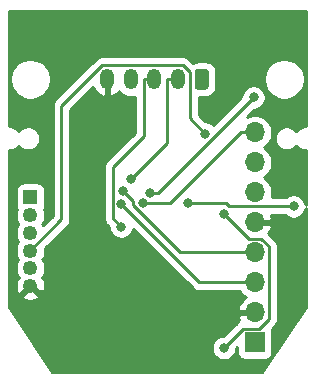
<source format=gbl>
G04 #@! TF.GenerationSoftware,KiCad,Pcbnew,(5.1.9)-1*
G04 #@! TF.CreationDate,2021-08-03T23:26:31+09:00*
G04 #@! TF.ProjectId,IMU_BNO055_20210802,494d555f-424e-44f3-9035-355f32303231,rev?*
G04 #@! TF.SameCoordinates,PX6dac2c0PY6dac2c0*
G04 #@! TF.FileFunction,Copper,L2,Bot*
G04 #@! TF.FilePolarity,Positive*
%FSLAX46Y46*%
G04 Gerber Fmt 4.6, Leading zero omitted, Abs format (unit mm)*
G04 Created by KiCad (PCBNEW (5.1.9)-1) date 2021-08-03 23:26:31*
%MOMM*%
%LPD*%
G01*
G04 APERTURE LIST*
G04 #@! TA.AperFunction,ComponentPad*
%ADD10C,1.250000*%
G04 #@! TD*
G04 #@! TA.AperFunction,ComponentPad*
%ADD11R,1.250000X1.250000*%
G04 #@! TD*
G04 #@! TA.AperFunction,ComponentPad*
%ADD12O,1.700000X1.700000*%
G04 #@! TD*
G04 #@! TA.AperFunction,ComponentPad*
%ADD13R,1.700000X1.700000*%
G04 #@! TD*
G04 #@! TA.AperFunction,ComponentPad*
%ADD14O,1.200000X1.750000*%
G04 #@! TD*
G04 #@! TA.AperFunction,ViaPad*
%ADD15C,0.800000*%
G04 #@! TD*
G04 #@! TA.AperFunction,Conductor*
%ADD16C,0.250000*%
G04 #@! TD*
G04 #@! TA.AperFunction,Conductor*
%ADD17C,0.254000*%
G04 #@! TD*
G04 #@! TA.AperFunction,Conductor*
%ADD18C,0.100000*%
G04 #@! TD*
G04 APERTURE END LIST*
D10*
X6500000Y13000000D03*
X6500000Y14500000D03*
X6500000Y16000000D03*
X6500000Y17500000D03*
X6500000Y19000000D03*
D11*
X6500000Y20500000D03*
D12*
X25500000Y26000000D03*
X25500000Y23460000D03*
X25500000Y20920000D03*
X25500000Y18380000D03*
X25500000Y15840000D03*
X25500000Y13300000D03*
X25500000Y10760000D03*
D13*
X25500000Y8220000D03*
D14*
X13000000Y30500000D03*
X15000000Y30500000D03*
X17000000Y30500000D03*
X19000000Y30500000D03*
G04 #@! TA.AperFunction,ComponentPad*
G36*
G01*
X21600000Y31125001D02*
X21600000Y29874999D01*
G75*
G02*
X21350001Y29625000I-249999J0D01*
G01*
X20649999Y29625000D01*
G75*
G02*
X20400000Y29874999I0J249999D01*
G01*
X20400000Y31125001D01*
G75*
G02*
X20649999Y31375000I249999J0D01*
G01*
X21350001Y31375000D01*
G75*
G02*
X21600000Y31125001I0J-249999D01*
G01*
G37*
G04 #@! TD.AperFunction*
D15*
X13581100Y12568100D03*
X22422750Y12077250D03*
X21270000Y25909300D03*
X14185900Y18032700D03*
X16009300Y20007800D03*
X22924100Y19080000D03*
X22872300Y7752400D03*
X16646600Y20874400D03*
X25394000Y28974900D03*
X15053600Y22055100D03*
X14328200Y21017400D03*
X14203700Y19909500D03*
X19839900Y20012700D03*
X28782700Y19744700D03*
D16*
X13581100Y12568100D02*
X6931900Y12568100D01*
X6931900Y12568100D02*
X6500000Y13000000D01*
X24324700Y10760000D02*
X24130600Y10565900D01*
X24130600Y10565900D02*
X15583300Y10565900D01*
X15583300Y10565900D02*
X13581100Y12568100D01*
X25500000Y10760000D02*
X24324700Y10760000D01*
X6500000Y16000000D02*
X9129500Y18629500D01*
X9129500Y18629500D02*
X9129500Y28236900D01*
X9129500Y28236900D02*
X12599400Y31706800D01*
X12599400Y31706800D02*
X19384200Y31706800D01*
X19384200Y31706800D02*
X19999500Y31091500D01*
X19999500Y31091500D02*
X19999500Y27179800D01*
X19999500Y27179800D02*
X21270000Y25909300D01*
X16074700Y30500000D02*
X16074700Y25658000D01*
X16074700Y25658000D02*
X13478400Y23061700D01*
X13478400Y23061700D02*
X13478400Y18740200D01*
X13478400Y18740200D02*
X14185900Y18032700D01*
X17000000Y30500000D02*
X16074700Y30500000D01*
X24324700Y26000000D02*
X18332500Y20007800D01*
X18332500Y20007800D02*
X16009300Y20007800D01*
X25500000Y26000000D02*
X24324700Y26000000D01*
X22872300Y7752400D02*
X24515300Y9395400D01*
X24515300Y9395400D02*
X25865400Y9395400D01*
X25865400Y9395400D02*
X26675400Y10205400D01*
X26675400Y10205400D02*
X26675400Y16355400D01*
X26675400Y16355400D02*
X26015400Y17015400D01*
X26015400Y17015400D02*
X24988700Y17015400D01*
X24988700Y17015400D02*
X22924100Y19080000D01*
X25394000Y28974900D02*
X17293500Y20874400D01*
X17293500Y20874400D02*
X16646600Y20874400D01*
X18074700Y30500000D02*
X18074700Y25076200D01*
X18074700Y25076200D02*
X15053600Y22055100D01*
X19000000Y30500000D02*
X18074700Y30500000D01*
X24324700Y15840000D02*
X19151400Y15840000D01*
X19151400Y15840000D02*
X15170300Y19821100D01*
X15170300Y19821100D02*
X15170300Y20175300D01*
X15170300Y20175300D02*
X14328200Y21017400D01*
X25500000Y15840000D02*
X24324700Y15840000D01*
X25500000Y13300000D02*
X20813200Y13300000D01*
X20813200Y13300000D02*
X14203700Y19909500D01*
X19839900Y20012700D02*
X23017300Y20012700D01*
X23017300Y20012700D02*
X23285300Y19744700D01*
X23285300Y19744700D02*
X28782700Y19744700D01*
D17*
X29815000Y26510000D02*
X29700524Y26510000D01*
X29505394Y26471186D01*
X29321586Y26395050D01*
X29156163Y26284518D01*
X29015482Y26143837D01*
X29000000Y26120667D01*
X28984518Y26143837D01*
X28843837Y26284518D01*
X28678414Y26395050D01*
X28494606Y26471186D01*
X28299476Y26510000D01*
X28100524Y26510000D01*
X27905394Y26471186D01*
X27721586Y26395050D01*
X27556163Y26284518D01*
X27415482Y26143837D01*
X27304950Y25978414D01*
X27228814Y25794606D01*
X27190000Y25599476D01*
X27190000Y25400524D01*
X27228814Y25205394D01*
X27304950Y25021586D01*
X27415482Y24856163D01*
X27556163Y24715482D01*
X27721586Y24604950D01*
X27905394Y24528814D01*
X28100524Y24490000D01*
X28299476Y24490000D01*
X28494606Y24528814D01*
X28678414Y24604950D01*
X28843837Y24715482D01*
X28984518Y24856163D01*
X29000000Y24879333D01*
X29015482Y24856163D01*
X29156163Y24715482D01*
X29321586Y24604950D01*
X29505394Y24528814D01*
X29700524Y24490000D01*
X29815000Y24490000D01*
X29815001Y19860210D01*
X29777926Y20046598D01*
X29699905Y20234956D01*
X29586637Y20404474D01*
X29442474Y20548637D01*
X29272956Y20661905D01*
X29084598Y20739926D01*
X28884639Y20779700D01*
X28680761Y20779700D01*
X28480802Y20739926D01*
X28292444Y20661905D01*
X28122926Y20548637D01*
X28078989Y20504700D01*
X26931484Y20504700D01*
X26985000Y20773740D01*
X26985000Y21066260D01*
X26927932Y21353158D01*
X26815990Y21623411D01*
X26653475Y21866632D01*
X26446632Y22073475D01*
X26272240Y22190000D01*
X26446632Y22306525D01*
X26653475Y22513368D01*
X26815990Y22756589D01*
X26927932Y23026842D01*
X26985000Y23313740D01*
X26985000Y23606260D01*
X26927932Y23893158D01*
X26815990Y24163411D01*
X26653475Y24406632D01*
X26446632Y24613475D01*
X26272240Y24730000D01*
X26446632Y24846525D01*
X26653475Y25053368D01*
X26815990Y25296589D01*
X26927932Y25566842D01*
X26985000Y25853740D01*
X26985000Y26146260D01*
X26927932Y26433158D01*
X26815990Y26703411D01*
X26653475Y26946632D01*
X26446632Y27153475D01*
X26203411Y27315990D01*
X25933158Y27427932D01*
X25646260Y27485000D01*
X25353740Y27485000D01*
X25066842Y27427932D01*
X24819298Y27325396D01*
X25433802Y27939900D01*
X25495939Y27939900D01*
X25695898Y27979674D01*
X25884256Y28057695D01*
X26053774Y28170963D01*
X26197937Y28315126D01*
X26311205Y28484644D01*
X26389226Y28673002D01*
X26429000Y28872961D01*
X26429000Y29076839D01*
X26389226Y29276798D01*
X26311205Y29465156D01*
X26197937Y29634674D01*
X26053774Y29778837D01*
X25884256Y29892105D01*
X25695898Y29970126D01*
X25495939Y30009900D01*
X25292061Y30009900D01*
X25092102Y29970126D01*
X24903744Y29892105D01*
X24734226Y29778837D01*
X24590063Y29634674D01*
X24476795Y29465156D01*
X24398774Y29276798D01*
X24359000Y29076839D01*
X24359000Y29014702D01*
X21993655Y26649356D01*
X21929774Y26713237D01*
X21760256Y26826505D01*
X21571898Y26904526D01*
X21371939Y26944300D01*
X21309802Y26944300D01*
X20759500Y27494601D01*
X20759500Y28986928D01*
X21350001Y28986928D01*
X21523255Y29003992D01*
X21689851Y29054528D01*
X21843387Y29136595D01*
X21977962Y29247038D01*
X22088405Y29381613D01*
X22170472Y29535149D01*
X22221008Y29701745D01*
X22238072Y29874999D01*
X22238072Y30670883D01*
X26265000Y30670883D01*
X26265000Y30329117D01*
X26331675Y29993919D01*
X26462463Y29678169D01*
X26652337Y29394002D01*
X26894002Y29152337D01*
X27178169Y28962463D01*
X27493919Y28831675D01*
X27829117Y28765000D01*
X28170883Y28765000D01*
X28506081Y28831675D01*
X28821831Y28962463D01*
X29105998Y29152337D01*
X29347663Y29394002D01*
X29537537Y29678169D01*
X29668325Y29993919D01*
X29735000Y30329117D01*
X29735000Y30670883D01*
X29668325Y31006081D01*
X29537537Y31321831D01*
X29347663Y31605998D01*
X29105998Y31847663D01*
X28821831Y32037537D01*
X28506081Y32168325D01*
X28170883Y32235000D01*
X27829117Y32235000D01*
X27493919Y32168325D01*
X27178169Y32037537D01*
X26894002Y31847663D01*
X26652337Y31605998D01*
X26462463Y31321831D01*
X26331675Y31006081D01*
X26265000Y30670883D01*
X22238072Y30670883D01*
X22238072Y31125001D01*
X22221008Y31298255D01*
X22170472Y31464851D01*
X22088405Y31618387D01*
X21977962Y31752962D01*
X21843387Y31863405D01*
X21689851Y31945472D01*
X21523255Y31996008D01*
X21350001Y32013072D01*
X20649999Y32013072D01*
X20476745Y31996008D01*
X20310149Y31945472D01*
X20251616Y31914185D01*
X19948003Y32217798D01*
X19924201Y32246801D01*
X19808476Y32341774D01*
X19676447Y32412346D01*
X19533186Y32455803D01*
X19421533Y32466800D01*
X19421522Y32466800D01*
X19384200Y32470476D01*
X19346878Y32466800D01*
X12636725Y32466800D01*
X12599400Y32470476D01*
X12562075Y32466800D01*
X12562067Y32466800D01*
X12450414Y32455803D01*
X12307153Y32412346D01*
X12175124Y32341774D01*
X12059399Y32246801D01*
X12035601Y32217803D01*
X8618498Y28800699D01*
X8589500Y28776901D01*
X8565702Y28747903D01*
X8565701Y28747902D01*
X8494526Y28661176D01*
X8423954Y28529146D01*
X8380498Y28385885D01*
X8365824Y28236900D01*
X8369501Y28199568D01*
X8369500Y18944302D01*
X7578720Y18153522D01*
X7514255Y18250000D01*
X7616598Y18403166D01*
X7711579Y18632471D01*
X7760000Y18875901D01*
X7760000Y19124099D01*
X7711579Y19367529D01*
X7650670Y19514576D01*
X7655537Y19520506D01*
X7714502Y19630820D01*
X7750812Y19750518D01*
X7763072Y19875000D01*
X7763072Y21125000D01*
X7750812Y21249482D01*
X7714502Y21369180D01*
X7655537Y21479494D01*
X7576185Y21576185D01*
X7479494Y21655537D01*
X7369180Y21714502D01*
X7249482Y21750812D01*
X7125000Y21763072D01*
X5875000Y21763072D01*
X5750518Y21750812D01*
X5630820Y21714502D01*
X5520506Y21655537D01*
X5423815Y21576185D01*
X5344463Y21479494D01*
X5285498Y21369180D01*
X5249188Y21249482D01*
X5236928Y21125000D01*
X5236928Y19875000D01*
X5249188Y19750518D01*
X5285498Y19630820D01*
X5344463Y19520506D01*
X5349330Y19514576D01*
X5288421Y19367529D01*
X5240000Y19124099D01*
X5240000Y18875901D01*
X5288421Y18632471D01*
X5383402Y18403166D01*
X5485745Y18250000D01*
X5383402Y18096834D01*
X5288421Y17867529D01*
X5240000Y17624099D01*
X5240000Y17375901D01*
X5288421Y17132471D01*
X5383402Y16903166D01*
X5485745Y16750000D01*
X5383402Y16596834D01*
X5288421Y16367529D01*
X5240000Y16124099D01*
X5240000Y15875901D01*
X5288421Y15632471D01*
X5383402Y15403166D01*
X5485745Y15250000D01*
X5383402Y15096834D01*
X5288421Y14867529D01*
X5240000Y14624099D01*
X5240000Y14375901D01*
X5288421Y14132471D01*
X5383402Y13903166D01*
X5521294Y13696797D01*
X5548678Y13669413D01*
X5406223Y13637694D01*
X5302832Y13412056D01*
X5245447Y13170582D01*
X5236274Y12922553D01*
X5275665Y12677501D01*
X5362107Y12444842D01*
X5406223Y12362306D01*
X5632352Y12311957D01*
X6320395Y13000000D01*
X6306253Y13014142D01*
X6485858Y13193747D01*
X6500000Y13179605D01*
X6514143Y13193747D01*
X6693748Y13014142D01*
X6679605Y13000000D01*
X7367648Y12311957D01*
X7593777Y12362306D01*
X7697168Y12587944D01*
X7754553Y12829418D01*
X7763726Y13077447D01*
X7724335Y13322499D01*
X7637893Y13555158D01*
X7593777Y13637694D01*
X7451322Y13669413D01*
X7478706Y13696797D01*
X7616598Y13903166D01*
X7711579Y14132471D01*
X7760000Y14375901D01*
X7760000Y14624099D01*
X7711579Y14867529D01*
X7616598Y15096834D01*
X7514255Y15250000D01*
X7616598Y15403166D01*
X7711579Y15632471D01*
X7760000Y15875901D01*
X7760000Y16124099D01*
X7749863Y16175062D01*
X9640504Y18065702D01*
X9669501Y18089499D01*
X9764474Y18205224D01*
X9835046Y18337253D01*
X9878503Y18480514D01*
X9889500Y18592167D01*
X9889500Y18592168D01*
X9893177Y18629500D01*
X9889500Y18666833D01*
X9889500Y27922099D01*
X11817465Y29850063D01*
X11907610Y29635054D01*
X12043693Y29433275D01*
X12216526Y29261922D01*
X12419467Y29127579D01*
X12644718Y29035409D01*
X12682391Y29031538D01*
X12873000Y29156269D01*
X12873000Y30373000D01*
X12853000Y30373000D01*
X12853000Y30627000D01*
X12873000Y30627000D01*
X12873000Y30647000D01*
X13127000Y30647000D01*
X13127000Y30627000D01*
X13147000Y30627000D01*
X13147000Y30373000D01*
X13127000Y30373000D01*
X13127000Y29156269D01*
X13317609Y29031538D01*
X13355282Y29035409D01*
X13580533Y29127579D01*
X13783474Y29261922D01*
X13956307Y29433275D01*
X13999519Y29497349D01*
X14122498Y29347498D01*
X14310551Y29193167D01*
X14525099Y29078489D01*
X14757898Y29007870D01*
X15000000Y28984025D01*
X15242101Y29007870D01*
X15314700Y29029893D01*
X15314701Y25972803D01*
X12967403Y23625504D01*
X12938399Y23601701D01*
X12883271Y23534526D01*
X12843426Y23485976D01*
X12772855Y23353947D01*
X12772854Y23353946D01*
X12729397Y23210685D01*
X12718400Y23099032D01*
X12718400Y23099022D01*
X12714724Y23061700D01*
X12718400Y23024377D01*
X12718401Y18777532D01*
X12714724Y18740200D01*
X12718401Y18702867D01*
X12725335Y18632471D01*
X12729398Y18591215D01*
X12772854Y18447954D01*
X12843426Y18315924D01*
X12895067Y18253000D01*
X12938400Y18200199D01*
X12967398Y18176401D01*
X13150900Y17992899D01*
X13150900Y17930761D01*
X13190674Y17730802D01*
X13268695Y17542444D01*
X13381963Y17372926D01*
X13526126Y17228763D01*
X13695644Y17115495D01*
X13884002Y17037474D01*
X14083961Y16997700D01*
X14287839Y16997700D01*
X14487798Y17037474D01*
X14676156Y17115495D01*
X14845674Y17228763D01*
X14989837Y17372926D01*
X15103105Y17542444D01*
X15181126Y17730802D01*
X15202109Y17836290D01*
X20249401Y12788997D01*
X20273199Y12759999D01*
X20302197Y12736201D01*
X20388924Y12665026D01*
X20520953Y12594454D01*
X20664214Y12550997D01*
X20813200Y12536323D01*
X20850533Y12540000D01*
X24221822Y12540000D01*
X24346525Y12353368D01*
X24553368Y12146525D01*
X24735534Y12024805D01*
X24618645Y11955178D01*
X24402412Y11760269D01*
X24228359Y11526920D01*
X24103175Y11264099D01*
X24058524Y11116890D01*
X24179845Y10887000D01*
X25373000Y10887000D01*
X25373000Y10907000D01*
X25627000Y10907000D01*
X25627000Y10887000D01*
X25647000Y10887000D01*
X25647000Y10633000D01*
X25627000Y10633000D01*
X25627000Y10613000D01*
X25373000Y10613000D01*
X25373000Y10633000D01*
X24179845Y10633000D01*
X24058524Y10403110D01*
X24103175Y10255901D01*
X24186331Y10081317D01*
X24091023Y10030374D01*
X24045581Y9993080D01*
X23975299Y9935401D01*
X23951501Y9906403D01*
X22832499Y8787400D01*
X22770361Y8787400D01*
X22570402Y8747626D01*
X22382044Y8669605D01*
X22212526Y8556337D01*
X22068363Y8412174D01*
X21955095Y8242656D01*
X21877074Y8054298D01*
X21837300Y7854339D01*
X21837300Y7650461D01*
X21877074Y7450502D01*
X21955095Y7262144D01*
X22068363Y7092626D01*
X22212526Y6948463D01*
X22382044Y6835195D01*
X22570402Y6757174D01*
X22770361Y6717400D01*
X22974239Y6717400D01*
X23174198Y6757174D01*
X23362556Y6835195D01*
X23532074Y6948463D01*
X23676237Y7092626D01*
X23789505Y7262144D01*
X23867526Y7450502D01*
X23907300Y7650461D01*
X23907300Y7712599D01*
X24011928Y7817227D01*
X24011928Y7370000D01*
X24024188Y7245518D01*
X24060498Y7125820D01*
X24119463Y7015506D01*
X24198815Y6918815D01*
X24295506Y6839463D01*
X24405820Y6780498D01*
X24525518Y6744188D01*
X24650000Y6731928D01*
X26350000Y6731928D01*
X26474482Y6744188D01*
X26594180Y6780498D01*
X26704494Y6839463D01*
X26801185Y6918815D01*
X26880537Y7015506D01*
X26939502Y7125820D01*
X26975812Y7245518D01*
X26988072Y7370000D01*
X26988072Y9070000D01*
X26975812Y9194482D01*
X26939502Y9314180D01*
X26911454Y9366653D01*
X27186404Y9641602D01*
X27215401Y9665399D01*
X27250422Y9708072D01*
X27310374Y9781123D01*
X27380946Y9913153D01*
X27387695Y9935401D01*
X27424403Y10056414D01*
X27435400Y10168067D01*
X27435400Y10168077D01*
X27439076Y10205400D01*
X27435400Y10242722D01*
X27435400Y16318077D01*
X27439076Y16355400D01*
X27435400Y16392723D01*
X27435400Y16392733D01*
X27424403Y16504386D01*
X27380946Y16647647D01*
X27310374Y16779677D01*
X27239199Y16866403D01*
X27215401Y16895401D01*
X27186402Y16919200D01*
X26652394Y17453208D01*
X26771641Y17613080D01*
X26896825Y17875901D01*
X26941476Y18023110D01*
X26820155Y18253000D01*
X25627000Y18253000D01*
X25627000Y18233000D01*
X25373000Y18233000D01*
X25373000Y18253000D01*
X25353000Y18253000D01*
X25353000Y18507000D01*
X25373000Y18507000D01*
X25373000Y18527000D01*
X25627000Y18527000D01*
X25627000Y18507000D01*
X26820155Y18507000D01*
X26941476Y18736890D01*
X26896825Y18884099D01*
X26848908Y18984700D01*
X28078989Y18984700D01*
X28122926Y18940763D01*
X28292444Y18827495D01*
X28480802Y18749474D01*
X28680761Y18709700D01*
X28884639Y18709700D01*
X29084598Y18749474D01*
X29272956Y18827495D01*
X29442474Y18940763D01*
X29586637Y19084926D01*
X29699905Y19254444D01*
X29777926Y19442802D01*
X29815001Y19629190D01*
X29815001Y11207404D01*
X26133400Y5685000D01*
X8366601Y5685000D01*
X4685000Y11207400D01*
X4685000Y12132352D01*
X5811957Y12132352D01*
X5862306Y11906223D01*
X6087944Y11802832D01*
X6329418Y11745447D01*
X6577447Y11736274D01*
X6822499Y11775665D01*
X7055158Y11862107D01*
X7137694Y11906223D01*
X7188043Y12132352D01*
X6500000Y12820395D01*
X5811957Y12132352D01*
X4685000Y12132352D01*
X4685000Y24490000D01*
X4799476Y24490000D01*
X4994606Y24528814D01*
X5178414Y24604950D01*
X5343837Y24715482D01*
X5484518Y24856163D01*
X5500000Y24879333D01*
X5515482Y24856163D01*
X5656163Y24715482D01*
X5821586Y24604950D01*
X6005394Y24528814D01*
X6200524Y24490000D01*
X6399476Y24490000D01*
X6594606Y24528814D01*
X6778414Y24604950D01*
X6943837Y24715482D01*
X7084518Y24856163D01*
X7195050Y25021586D01*
X7271186Y25205394D01*
X7310000Y25400524D01*
X7310000Y25599476D01*
X7271186Y25794606D01*
X7195050Y25978414D01*
X7084518Y26143837D01*
X6943837Y26284518D01*
X6778414Y26395050D01*
X6594606Y26471186D01*
X6399476Y26510000D01*
X6200524Y26510000D01*
X6005394Y26471186D01*
X5821586Y26395050D01*
X5656163Y26284518D01*
X5515482Y26143837D01*
X5500000Y26120667D01*
X5484518Y26143837D01*
X5343837Y26284518D01*
X5178414Y26395050D01*
X4994606Y26471186D01*
X4799476Y26510000D01*
X4685000Y26510000D01*
X4685000Y30670883D01*
X4765000Y30670883D01*
X4765000Y30329117D01*
X4831675Y29993919D01*
X4962463Y29678169D01*
X5152337Y29394002D01*
X5394002Y29152337D01*
X5678169Y28962463D01*
X5993919Y28831675D01*
X6329117Y28765000D01*
X6670883Y28765000D01*
X7006081Y28831675D01*
X7321831Y28962463D01*
X7605998Y29152337D01*
X7847663Y29394002D01*
X8037537Y29678169D01*
X8168325Y29993919D01*
X8235000Y30329117D01*
X8235000Y30670883D01*
X8168325Y31006081D01*
X8037537Y31321831D01*
X7847663Y31605998D01*
X7605998Y31847663D01*
X7321831Y32037537D01*
X7006081Y32168325D01*
X6670883Y32235000D01*
X6329117Y32235000D01*
X5993919Y32168325D01*
X5678169Y32037537D01*
X5394002Y31847663D01*
X5152337Y31605998D01*
X4962463Y31321831D01*
X4831675Y31006081D01*
X4765000Y30670883D01*
X4685000Y30670883D01*
X4685000Y36315000D01*
X29815000Y36315000D01*
X29815000Y26510000D01*
G04 #@! TA.AperFunction,Conductor*
D18*
G36*
X29815000Y26510000D02*
G01*
X29700524Y26510000D01*
X29505394Y26471186D01*
X29321586Y26395050D01*
X29156163Y26284518D01*
X29015482Y26143837D01*
X29000000Y26120667D01*
X28984518Y26143837D01*
X28843837Y26284518D01*
X28678414Y26395050D01*
X28494606Y26471186D01*
X28299476Y26510000D01*
X28100524Y26510000D01*
X27905394Y26471186D01*
X27721586Y26395050D01*
X27556163Y26284518D01*
X27415482Y26143837D01*
X27304950Y25978414D01*
X27228814Y25794606D01*
X27190000Y25599476D01*
X27190000Y25400524D01*
X27228814Y25205394D01*
X27304950Y25021586D01*
X27415482Y24856163D01*
X27556163Y24715482D01*
X27721586Y24604950D01*
X27905394Y24528814D01*
X28100524Y24490000D01*
X28299476Y24490000D01*
X28494606Y24528814D01*
X28678414Y24604950D01*
X28843837Y24715482D01*
X28984518Y24856163D01*
X29000000Y24879333D01*
X29015482Y24856163D01*
X29156163Y24715482D01*
X29321586Y24604950D01*
X29505394Y24528814D01*
X29700524Y24490000D01*
X29815000Y24490000D01*
X29815001Y19860210D01*
X29777926Y20046598D01*
X29699905Y20234956D01*
X29586637Y20404474D01*
X29442474Y20548637D01*
X29272956Y20661905D01*
X29084598Y20739926D01*
X28884639Y20779700D01*
X28680761Y20779700D01*
X28480802Y20739926D01*
X28292444Y20661905D01*
X28122926Y20548637D01*
X28078989Y20504700D01*
X26931484Y20504700D01*
X26985000Y20773740D01*
X26985000Y21066260D01*
X26927932Y21353158D01*
X26815990Y21623411D01*
X26653475Y21866632D01*
X26446632Y22073475D01*
X26272240Y22190000D01*
X26446632Y22306525D01*
X26653475Y22513368D01*
X26815990Y22756589D01*
X26927932Y23026842D01*
X26985000Y23313740D01*
X26985000Y23606260D01*
X26927932Y23893158D01*
X26815990Y24163411D01*
X26653475Y24406632D01*
X26446632Y24613475D01*
X26272240Y24730000D01*
X26446632Y24846525D01*
X26653475Y25053368D01*
X26815990Y25296589D01*
X26927932Y25566842D01*
X26985000Y25853740D01*
X26985000Y26146260D01*
X26927932Y26433158D01*
X26815990Y26703411D01*
X26653475Y26946632D01*
X26446632Y27153475D01*
X26203411Y27315990D01*
X25933158Y27427932D01*
X25646260Y27485000D01*
X25353740Y27485000D01*
X25066842Y27427932D01*
X24819298Y27325396D01*
X25433802Y27939900D01*
X25495939Y27939900D01*
X25695898Y27979674D01*
X25884256Y28057695D01*
X26053774Y28170963D01*
X26197937Y28315126D01*
X26311205Y28484644D01*
X26389226Y28673002D01*
X26429000Y28872961D01*
X26429000Y29076839D01*
X26389226Y29276798D01*
X26311205Y29465156D01*
X26197937Y29634674D01*
X26053774Y29778837D01*
X25884256Y29892105D01*
X25695898Y29970126D01*
X25495939Y30009900D01*
X25292061Y30009900D01*
X25092102Y29970126D01*
X24903744Y29892105D01*
X24734226Y29778837D01*
X24590063Y29634674D01*
X24476795Y29465156D01*
X24398774Y29276798D01*
X24359000Y29076839D01*
X24359000Y29014702D01*
X21993655Y26649356D01*
X21929774Y26713237D01*
X21760256Y26826505D01*
X21571898Y26904526D01*
X21371939Y26944300D01*
X21309802Y26944300D01*
X20759500Y27494601D01*
X20759500Y28986928D01*
X21350001Y28986928D01*
X21523255Y29003992D01*
X21689851Y29054528D01*
X21843387Y29136595D01*
X21977962Y29247038D01*
X22088405Y29381613D01*
X22170472Y29535149D01*
X22221008Y29701745D01*
X22238072Y29874999D01*
X22238072Y30670883D01*
X26265000Y30670883D01*
X26265000Y30329117D01*
X26331675Y29993919D01*
X26462463Y29678169D01*
X26652337Y29394002D01*
X26894002Y29152337D01*
X27178169Y28962463D01*
X27493919Y28831675D01*
X27829117Y28765000D01*
X28170883Y28765000D01*
X28506081Y28831675D01*
X28821831Y28962463D01*
X29105998Y29152337D01*
X29347663Y29394002D01*
X29537537Y29678169D01*
X29668325Y29993919D01*
X29735000Y30329117D01*
X29735000Y30670883D01*
X29668325Y31006081D01*
X29537537Y31321831D01*
X29347663Y31605998D01*
X29105998Y31847663D01*
X28821831Y32037537D01*
X28506081Y32168325D01*
X28170883Y32235000D01*
X27829117Y32235000D01*
X27493919Y32168325D01*
X27178169Y32037537D01*
X26894002Y31847663D01*
X26652337Y31605998D01*
X26462463Y31321831D01*
X26331675Y31006081D01*
X26265000Y30670883D01*
X22238072Y30670883D01*
X22238072Y31125001D01*
X22221008Y31298255D01*
X22170472Y31464851D01*
X22088405Y31618387D01*
X21977962Y31752962D01*
X21843387Y31863405D01*
X21689851Y31945472D01*
X21523255Y31996008D01*
X21350001Y32013072D01*
X20649999Y32013072D01*
X20476745Y31996008D01*
X20310149Y31945472D01*
X20251616Y31914185D01*
X19948003Y32217798D01*
X19924201Y32246801D01*
X19808476Y32341774D01*
X19676447Y32412346D01*
X19533186Y32455803D01*
X19421533Y32466800D01*
X19421522Y32466800D01*
X19384200Y32470476D01*
X19346878Y32466800D01*
X12636725Y32466800D01*
X12599400Y32470476D01*
X12562075Y32466800D01*
X12562067Y32466800D01*
X12450414Y32455803D01*
X12307153Y32412346D01*
X12175124Y32341774D01*
X12059399Y32246801D01*
X12035601Y32217803D01*
X8618498Y28800699D01*
X8589500Y28776901D01*
X8565702Y28747903D01*
X8565701Y28747902D01*
X8494526Y28661176D01*
X8423954Y28529146D01*
X8380498Y28385885D01*
X8365824Y28236900D01*
X8369501Y28199568D01*
X8369500Y18944302D01*
X7578720Y18153522D01*
X7514255Y18250000D01*
X7616598Y18403166D01*
X7711579Y18632471D01*
X7760000Y18875901D01*
X7760000Y19124099D01*
X7711579Y19367529D01*
X7650670Y19514576D01*
X7655537Y19520506D01*
X7714502Y19630820D01*
X7750812Y19750518D01*
X7763072Y19875000D01*
X7763072Y21125000D01*
X7750812Y21249482D01*
X7714502Y21369180D01*
X7655537Y21479494D01*
X7576185Y21576185D01*
X7479494Y21655537D01*
X7369180Y21714502D01*
X7249482Y21750812D01*
X7125000Y21763072D01*
X5875000Y21763072D01*
X5750518Y21750812D01*
X5630820Y21714502D01*
X5520506Y21655537D01*
X5423815Y21576185D01*
X5344463Y21479494D01*
X5285498Y21369180D01*
X5249188Y21249482D01*
X5236928Y21125000D01*
X5236928Y19875000D01*
X5249188Y19750518D01*
X5285498Y19630820D01*
X5344463Y19520506D01*
X5349330Y19514576D01*
X5288421Y19367529D01*
X5240000Y19124099D01*
X5240000Y18875901D01*
X5288421Y18632471D01*
X5383402Y18403166D01*
X5485745Y18250000D01*
X5383402Y18096834D01*
X5288421Y17867529D01*
X5240000Y17624099D01*
X5240000Y17375901D01*
X5288421Y17132471D01*
X5383402Y16903166D01*
X5485745Y16750000D01*
X5383402Y16596834D01*
X5288421Y16367529D01*
X5240000Y16124099D01*
X5240000Y15875901D01*
X5288421Y15632471D01*
X5383402Y15403166D01*
X5485745Y15250000D01*
X5383402Y15096834D01*
X5288421Y14867529D01*
X5240000Y14624099D01*
X5240000Y14375901D01*
X5288421Y14132471D01*
X5383402Y13903166D01*
X5521294Y13696797D01*
X5548678Y13669413D01*
X5406223Y13637694D01*
X5302832Y13412056D01*
X5245447Y13170582D01*
X5236274Y12922553D01*
X5275665Y12677501D01*
X5362107Y12444842D01*
X5406223Y12362306D01*
X5632352Y12311957D01*
X6320395Y13000000D01*
X6306253Y13014142D01*
X6485858Y13193747D01*
X6500000Y13179605D01*
X6514143Y13193747D01*
X6693748Y13014142D01*
X6679605Y13000000D01*
X7367648Y12311957D01*
X7593777Y12362306D01*
X7697168Y12587944D01*
X7754553Y12829418D01*
X7763726Y13077447D01*
X7724335Y13322499D01*
X7637893Y13555158D01*
X7593777Y13637694D01*
X7451322Y13669413D01*
X7478706Y13696797D01*
X7616598Y13903166D01*
X7711579Y14132471D01*
X7760000Y14375901D01*
X7760000Y14624099D01*
X7711579Y14867529D01*
X7616598Y15096834D01*
X7514255Y15250000D01*
X7616598Y15403166D01*
X7711579Y15632471D01*
X7760000Y15875901D01*
X7760000Y16124099D01*
X7749863Y16175062D01*
X9640504Y18065702D01*
X9669501Y18089499D01*
X9764474Y18205224D01*
X9835046Y18337253D01*
X9878503Y18480514D01*
X9889500Y18592167D01*
X9889500Y18592168D01*
X9893177Y18629500D01*
X9889500Y18666833D01*
X9889500Y27922099D01*
X11817465Y29850063D01*
X11907610Y29635054D01*
X12043693Y29433275D01*
X12216526Y29261922D01*
X12419467Y29127579D01*
X12644718Y29035409D01*
X12682391Y29031538D01*
X12873000Y29156269D01*
X12873000Y30373000D01*
X12853000Y30373000D01*
X12853000Y30627000D01*
X12873000Y30627000D01*
X12873000Y30647000D01*
X13127000Y30647000D01*
X13127000Y30627000D01*
X13147000Y30627000D01*
X13147000Y30373000D01*
X13127000Y30373000D01*
X13127000Y29156269D01*
X13317609Y29031538D01*
X13355282Y29035409D01*
X13580533Y29127579D01*
X13783474Y29261922D01*
X13956307Y29433275D01*
X13999519Y29497349D01*
X14122498Y29347498D01*
X14310551Y29193167D01*
X14525099Y29078489D01*
X14757898Y29007870D01*
X15000000Y28984025D01*
X15242101Y29007870D01*
X15314700Y29029893D01*
X15314701Y25972803D01*
X12967403Y23625504D01*
X12938399Y23601701D01*
X12883271Y23534526D01*
X12843426Y23485976D01*
X12772855Y23353947D01*
X12772854Y23353946D01*
X12729397Y23210685D01*
X12718400Y23099032D01*
X12718400Y23099022D01*
X12714724Y23061700D01*
X12718400Y23024377D01*
X12718401Y18777532D01*
X12714724Y18740200D01*
X12718401Y18702867D01*
X12725335Y18632471D01*
X12729398Y18591215D01*
X12772854Y18447954D01*
X12843426Y18315924D01*
X12895067Y18253000D01*
X12938400Y18200199D01*
X12967398Y18176401D01*
X13150900Y17992899D01*
X13150900Y17930761D01*
X13190674Y17730802D01*
X13268695Y17542444D01*
X13381963Y17372926D01*
X13526126Y17228763D01*
X13695644Y17115495D01*
X13884002Y17037474D01*
X14083961Y16997700D01*
X14287839Y16997700D01*
X14487798Y17037474D01*
X14676156Y17115495D01*
X14845674Y17228763D01*
X14989837Y17372926D01*
X15103105Y17542444D01*
X15181126Y17730802D01*
X15202109Y17836290D01*
X20249401Y12788997D01*
X20273199Y12759999D01*
X20302197Y12736201D01*
X20388924Y12665026D01*
X20520953Y12594454D01*
X20664214Y12550997D01*
X20813200Y12536323D01*
X20850533Y12540000D01*
X24221822Y12540000D01*
X24346525Y12353368D01*
X24553368Y12146525D01*
X24735534Y12024805D01*
X24618645Y11955178D01*
X24402412Y11760269D01*
X24228359Y11526920D01*
X24103175Y11264099D01*
X24058524Y11116890D01*
X24179845Y10887000D01*
X25373000Y10887000D01*
X25373000Y10907000D01*
X25627000Y10907000D01*
X25627000Y10887000D01*
X25647000Y10887000D01*
X25647000Y10633000D01*
X25627000Y10633000D01*
X25627000Y10613000D01*
X25373000Y10613000D01*
X25373000Y10633000D01*
X24179845Y10633000D01*
X24058524Y10403110D01*
X24103175Y10255901D01*
X24186331Y10081317D01*
X24091023Y10030374D01*
X24045581Y9993080D01*
X23975299Y9935401D01*
X23951501Y9906403D01*
X22832499Y8787400D01*
X22770361Y8787400D01*
X22570402Y8747626D01*
X22382044Y8669605D01*
X22212526Y8556337D01*
X22068363Y8412174D01*
X21955095Y8242656D01*
X21877074Y8054298D01*
X21837300Y7854339D01*
X21837300Y7650461D01*
X21877074Y7450502D01*
X21955095Y7262144D01*
X22068363Y7092626D01*
X22212526Y6948463D01*
X22382044Y6835195D01*
X22570402Y6757174D01*
X22770361Y6717400D01*
X22974239Y6717400D01*
X23174198Y6757174D01*
X23362556Y6835195D01*
X23532074Y6948463D01*
X23676237Y7092626D01*
X23789505Y7262144D01*
X23867526Y7450502D01*
X23907300Y7650461D01*
X23907300Y7712599D01*
X24011928Y7817227D01*
X24011928Y7370000D01*
X24024188Y7245518D01*
X24060498Y7125820D01*
X24119463Y7015506D01*
X24198815Y6918815D01*
X24295506Y6839463D01*
X24405820Y6780498D01*
X24525518Y6744188D01*
X24650000Y6731928D01*
X26350000Y6731928D01*
X26474482Y6744188D01*
X26594180Y6780498D01*
X26704494Y6839463D01*
X26801185Y6918815D01*
X26880537Y7015506D01*
X26939502Y7125820D01*
X26975812Y7245518D01*
X26988072Y7370000D01*
X26988072Y9070000D01*
X26975812Y9194482D01*
X26939502Y9314180D01*
X26911454Y9366653D01*
X27186404Y9641602D01*
X27215401Y9665399D01*
X27250422Y9708072D01*
X27310374Y9781123D01*
X27380946Y9913153D01*
X27387695Y9935401D01*
X27424403Y10056414D01*
X27435400Y10168067D01*
X27435400Y10168077D01*
X27439076Y10205400D01*
X27435400Y10242722D01*
X27435400Y16318077D01*
X27439076Y16355400D01*
X27435400Y16392723D01*
X27435400Y16392733D01*
X27424403Y16504386D01*
X27380946Y16647647D01*
X27310374Y16779677D01*
X27239199Y16866403D01*
X27215401Y16895401D01*
X27186402Y16919200D01*
X26652394Y17453208D01*
X26771641Y17613080D01*
X26896825Y17875901D01*
X26941476Y18023110D01*
X26820155Y18253000D01*
X25627000Y18253000D01*
X25627000Y18233000D01*
X25373000Y18233000D01*
X25373000Y18253000D01*
X25353000Y18253000D01*
X25353000Y18507000D01*
X25373000Y18507000D01*
X25373000Y18527000D01*
X25627000Y18527000D01*
X25627000Y18507000D01*
X26820155Y18507000D01*
X26941476Y18736890D01*
X26896825Y18884099D01*
X26848908Y18984700D01*
X28078989Y18984700D01*
X28122926Y18940763D01*
X28292444Y18827495D01*
X28480802Y18749474D01*
X28680761Y18709700D01*
X28884639Y18709700D01*
X29084598Y18749474D01*
X29272956Y18827495D01*
X29442474Y18940763D01*
X29586637Y19084926D01*
X29699905Y19254444D01*
X29777926Y19442802D01*
X29815001Y19629190D01*
X29815001Y11207404D01*
X26133400Y5685000D01*
X8366601Y5685000D01*
X4685000Y11207400D01*
X4685000Y12132352D01*
X5811957Y12132352D01*
X5862306Y11906223D01*
X6087944Y11802832D01*
X6329418Y11745447D01*
X6577447Y11736274D01*
X6822499Y11775665D01*
X7055158Y11862107D01*
X7137694Y11906223D01*
X7188043Y12132352D01*
X6500000Y12820395D01*
X5811957Y12132352D01*
X4685000Y12132352D01*
X4685000Y24490000D01*
X4799476Y24490000D01*
X4994606Y24528814D01*
X5178414Y24604950D01*
X5343837Y24715482D01*
X5484518Y24856163D01*
X5500000Y24879333D01*
X5515482Y24856163D01*
X5656163Y24715482D01*
X5821586Y24604950D01*
X6005394Y24528814D01*
X6200524Y24490000D01*
X6399476Y24490000D01*
X6594606Y24528814D01*
X6778414Y24604950D01*
X6943837Y24715482D01*
X7084518Y24856163D01*
X7195050Y25021586D01*
X7271186Y25205394D01*
X7310000Y25400524D01*
X7310000Y25599476D01*
X7271186Y25794606D01*
X7195050Y25978414D01*
X7084518Y26143837D01*
X6943837Y26284518D01*
X6778414Y26395050D01*
X6594606Y26471186D01*
X6399476Y26510000D01*
X6200524Y26510000D01*
X6005394Y26471186D01*
X5821586Y26395050D01*
X5656163Y26284518D01*
X5515482Y26143837D01*
X5500000Y26120667D01*
X5484518Y26143837D01*
X5343837Y26284518D01*
X5178414Y26395050D01*
X4994606Y26471186D01*
X4799476Y26510000D01*
X4685000Y26510000D01*
X4685000Y30670883D01*
X4765000Y30670883D01*
X4765000Y30329117D01*
X4831675Y29993919D01*
X4962463Y29678169D01*
X5152337Y29394002D01*
X5394002Y29152337D01*
X5678169Y28962463D01*
X5993919Y28831675D01*
X6329117Y28765000D01*
X6670883Y28765000D01*
X7006081Y28831675D01*
X7321831Y28962463D01*
X7605998Y29152337D01*
X7847663Y29394002D01*
X8037537Y29678169D01*
X8168325Y29993919D01*
X8235000Y30329117D01*
X8235000Y30670883D01*
X8168325Y31006081D01*
X8037537Y31321831D01*
X7847663Y31605998D01*
X7605998Y31847663D01*
X7321831Y32037537D01*
X7006081Y32168325D01*
X6670883Y32235000D01*
X6329117Y32235000D01*
X5993919Y32168325D01*
X5678169Y32037537D01*
X5394002Y31847663D01*
X5152337Y31605998D01*
X4962463Y31321831D01*
X4831675Y31006081D01*
X4765000Y30670883D01*
X4685000Y30670883D01*
X4685000Y36315000D01*
X29815000Y36315000D01*
X29815000Y26510000D01*
G37*
G04 #@! TD.AperFunction*
M02*

</source>
